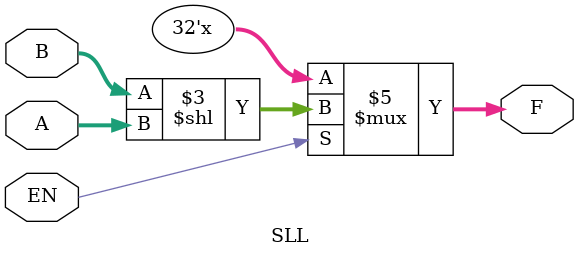
<source format=v>
`timescale 1ns / 1ps


module SLL(
    F,A,B,EN
    );//Âß¼­×óÒÆ£¬B×óÒÆAÖ¸¶¨Î»Êý
    parameter N=32;
    output reg[N-1:0] F;
    input [N-1:0] A,B;
    input EN;
    
    always@(A,B,EN) begin
    if (EN==1) F<=B<<A;
    else F<=32'bz;
    end
endmodule
    

</source>
